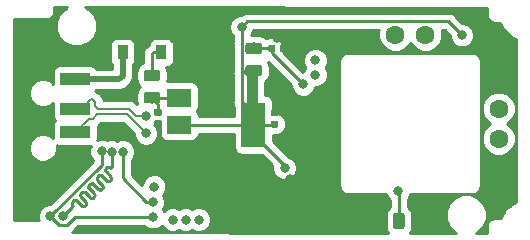
<source format=gbr>
G04 #@! TF.GenerationSoftware,KiCad,Pcbnew,5.0.2-bee76a0~70~ubuntu18.04.1*
G04 #@! TF.CreationDate,2020-06-29T01:54:23-07:00*
G04 #@! TF.ProjectId,qrng,71726e67-2e6b-4696-9361-645f70636258,1*
G04 #@! TF.SameCoordinates,Original*
G04 #@! TF.FileFunction,Copper,L2,Bot*
G04 #@! TF.FilePolarity,Positive*
%FSLAX46Y46*%
G04 Gerber Fmt 4.6, Leading zero omitted, Abs format (unit mm)*
G04 Created by KiCad (PCBNEW 5.0.2-bee76a0~70~ubuntu18.04.1) date Mon 29 Jun 2020 01:54:23 AM MST*
%MOMM*%
%LPD*%
G01*
G04 APERTURE LIST*
G04 #@! TA.AperFunction,ComponentPad*
%ADD10O,3.500000X1.900000*%
G04 #@! TD*
G04 #@! TA.AperFunction,SMDPad,CuDef*
%ADD11R,2.500000X1.100000*%
G04 #@! TD*
G04 #@! TA.AperFunction,Conductor*
%ADD12C,0.100000*%
G04 #@! TD*
G04 #@! TA.AperFunction,SMDPad,CuDef*
%ADD13C,0.590000*%
G04 #@! TD*
G04 #@! TA.AperFunction,SMDPad,CuDef*
%ADD14R,0.900000X1.200000*%
G04 #@! TD*
G04 #@! TA.AperFunction,SMDPad,CuDef*
%ADD15C,0.975000*%
G04 #@! TD*
G04 #@! TA.AperFunction,SMDPad,CuDef*
%ADD16R,2.000000X1.500000*%
G04 #@! TD*
G04 #@! TA.AperFunction,SMDPad,CuDef*
%ADD17R,2.000000X3.800000*%
G04 #@! TD*
G04 #@! TA.AperFunction,ComponentPad*
%ADD18C,1.600000*%
G04 #@! TD*
G04 #@! TA.AperFunction,ViaPad*
%ADD19C,0.800000*%
G04 #@! TD*
G04 #@! TA.AperFunction,Conductor*
%ADD20C,0.250000*%
G04 #@! TD*
G04 #@! TA.AperFunction,Conductor*
%ADD21C,0.500000*%
G04 #@! TD*
G04 #@! TA.AperFunction,Conductor*
%ADD22C,0.200000*%
G04 #@! TD*
G04 #@! TA.AperFunction,Conductor*
%ADD23C,0.254000*%
G04 #@! TD*
G04 APERTURE END LIST*
D10*
G04 #@! TO.P,J1,5*
G04 #@! TO.N,GND*
X125650000Y-105700000D03*
X125650000Y-94300000D03*
D11*
G04 #@! TO.P,J1,4*
X128400000Y-103500000D03*
G04 #@! TO.P,J1,1*
G04 #@! TO.N,+5V*
X128400000Y-96500000D03*
G04 #@! TO.P,J1,3*
G04 #@! TO.N,USB_D+*
X128400000Y-101000000D03*
G04 #@! TO.P,J1,2*
G04 #@! TO.N,USB_D-*
X128400000Y-99000000D03*
G04 #@! TD*
D12*
G04 #@! TO.N,GND*
G04 #@! TO.C,C8*
G36*
X135596958Y-99980710D02*
X135611276Y-99982834D01*
X135625317Y-99986351D01*
X135638946Y-99991228D01*
X135652031Y-99997417D01*
X135664447Y-100004858D01*
X135676073Y-100013481D01*
X135686798Y-100023202D01*
X135696519Y-100033927D01*
X135705142Y-100045553D01*
X135712583Y-100057969D01*
X135718772Y-100071054D01*
X135723649Y-100084683D01*
X135727166Y-100098724D01*
X135729290Y-100113042D01*
X135730000Y-100127500D01*
X135730000Y-100422500D01*
X135729290Y-100436958D01*
X135727166Y-100451276D01*
X135723649Y-100465317D01*
X135718772Y-100478946D01*
X135712583Y-100492031D01*
X135705142Y-100504447D01*
X135696519Y-100516073D01*
X135686798Y-100526798D01*
X135676073Y-100536519D01*
X135664447Y-100545142D01*
X135652031Y-100552583D01*
X135638946Y-100558772D01*
X135625317Y-100563649D01*
X135611276Y-100567166D01*
X135596958Y-100569290D01*
X135582500Y-100570000D01*
X135237500Y-100570000D01*
X135223042Y-100569290D01*
X135208724Y-100567166D01*
X135194683Y-100563649D01*
X135181054Y-100558772D01*
X135167969Y-100552583D01*
X135155553Y-100545142D01*
X135143927Y-100536519D01*
X135133202Y-100526798D01*
X135123481Y-100516073D01*
X135114858Y-100504447D01*
X135107417Y-100492031D01*
X135101228Y-100478946D01*
X135096351Y-100465317D01*
X135092834Y-100451276D01*
X135090710Y-100436958D01*
X135090000Y-100422500D01*
X135090000Y-100127500D01*
X135090710Y-100113042D01*
X135092834Y-100098724D01*
X135096351Y-100084683D01*
X135101228Y-100071054D01*
X135107417Y-100057969D01*
X135114858Y-100045553D01*
X135123481Y-100033927D01*
X135133202Y-100023202D01*
X135143927Y-100013481D01*
X135155553Y-100004858D01*
X135167969Y-99997417D01*
X135181054Y-99991228D01*
X135194683Y-99986351D01*
X135208724Y-99982834D01*
X135223042Y-99980710D01*
X135237500Y-99980000D01*
X135582500Y-99980000D01*
X135596958Y-99980710D01*
X135596958Y-99980710D01*
G37*
D13*
G04 #@! TD*
G04 #@! TO.P,C8,2*
G04 #@! TO.N,GND*
X135410000Y-100275000D03*
D12*
G04 #@! TO.N,Net-(C8-Pad1)*
G04 #@! TO.C,C8*
G36*
X135596958Y-99010710D02*
X135611276Y-99012834D01*
X135625317Y-99016351D01*
X135638946Y-99021228D01*
X135652031Y-99027417D01*
X135664447Y-99034858D01*
X135676073Y-99043481D01*
X135686798Y-99053202D01*
X135696519Y-99063927D01*
X135705142Y-99075553D01*
X135712583Y-99087969D01*
X135718772Y-99101054D01*
X135723649Y-99114683D01*
X135727166Y-99128724D01*
X135729290Y-99143042D01*
X135730000Y-99157500D01*
X135730000Y-99452500D01*
X135729290Y-99466958D01*
X135727166Y-99481276D01*
X135723649Y-99495317D01*
X135718772Y-99508946D01*
X135712583Y-99522031D01*
X135705142Y-99534447D01*
X135696519Y-99546073D01*
X135686798Y-99556798D01*
X135676073Y-99566519D01*
X135664447Y-99575142D01*
X135652031Y-99582583D01*
X135638946Y-99588772D01*
X135625317Y-99593649D01*
X135611276Y-99597166D01*
X135596958Y-99599290D01*
X135582500Y-99600000D01*
X135237500Y-99600000D01*
X135223042Y-99599290D01*
X135208724Y-99597166D01*
X135194683Y-99593649D01*
X135181054Y-99588772D01*
X135167969Y-99582583D01*
X135155553Y-99575142D01*
X135143927Y-99566519D01*
X135133202Y-99556798D01*
X135123481Y-99546073D01*
X135114858Y-99534447D01*
X135107417Y-99522031D01*
X135101228Y-99508946D01*
X135096351Y-99495317D01*
X135092834Y-99481276D01*
X135090710Y-99466958D01*
X135090000Y-99452500D01*
X135090000Y-99157500D01*
X135090710Y-99143042D01*
X135092834Y-99128724D01*
X135096351Y-99114683D01*
X135101228Y-99101054D01*
X135107417Y-99087969D01*
X135114858Y-99075553D01*
X135123481Y-99063927D01*
X135133202Y-99053202D01*
X135143927Y-99043481D01*
X135155553Y-99034858D01*
X135167969Y-99027417D01*
X135181054Y-99021228D01*
X135194683Y-99016351D01*
X135208724Y-99012834D01*
X135223042Y-99010710D01*
X135237500Y-99010000D01*
X135582500Y-99010000D01*
X135596958Y-99010710D01*
X135596958Y-99010710D01*
G37*
D13*
G04 #@! TD*
G04 #@! TO.P,C8,1*
G04 #@! TO.N,Net-(C8-Pad1)*
X135410000Y-99305000D03*
D12*
G04 #@! TO.N,+3V3*
G04 #@! TO.C,C9*
G36*
X145466958Y-100015710D02*
X145481276Y-100017834D01*
X145495317Y-100021351D01*
X145508946Y-100026228D01*
X145522031Y-100032417D01*
X145534447Y-100039858D01*
X145546073Y-100048481D01*
X145556798Y-100058202D01*
X145566519Y-100068927D01*
X145575142Y-100080553D01*
X145582583Y-100092969D01*
X145588772Y-100106054D01*
X145593649Y-100119683D01*
X145597166Y-100133724D01*
X145599290Y-100148042D01*
X145600000Y-100162500D01*
X145600000Y-100457500D01*
X145599290Y-100471958D01*
X145597166Y-100486276D01*
X145593649Y-100500317D01*
X145588772Y-100513946D01*
X145582583Y-100527031D01*
X145575142Y-100539447D01*
X145566519Y-100551073D01*
X145556798Y-100561798D01*
X145546073Y-100571519D01*
X145534447Y-100580142D01*
X145522031Y-100587583D01*
X145508946Y-100593772D01*
X145495317Y-100598649D01*
X145481276Y-100602166D01*
X145466958Y-100604290D01*
X145452500Y-100605000D01*
X145107500Y-100605000D01*
X145093042Y-100604290D01*
X145078724Y-100602166D01*
X145064683Y-100598649D01*
X145051054Y-100593772D01*
X145037969Y-100587583D01*
X145025553Y-100580142D01*
X145013927Y-100571519D01*
X145003202Y-100561798D01*
X144993481Y-100551073D01*
X144984858Y-100539447D01*
X144977417Y-100527031D01*
X144971228Y-100513946D01*
X144966351Y-100500317D01*
X144962834Y-100486276D01*
X144960710Y-100471958D01*
X144960000Y-100457500D01*
X144960000Y-100162500D01*
X144960710Y-100148042D01*
X144962834Y-100133724D01*
X144966351Y-100119683D01*
X144971228Y-100106054D01*
X144977417Y-100092969D01*
X144984858Y-100080553D01*
X144993481Y-100068927D01*
X145003202Y-100058202D01*
X145013927Y-100048481D01*
X145025553Y-100039858D01*
X145037969Y-100032417D01*
X145051054Y-100026228D01*
X145064683Y-100021351D01*
X145078724Y-100017834D01*
X145093042Y-100015710D01*
X145107500Y-100015000D01*
X145452500Y-100015000D01*
X145466958Y-100015710D01*
X145466958Y-100015710D01*
G37*
D13*
G04 #@! TD*
G04 #@! TO.P,C9,1*
G04 #@! TO.N,+3V3*
X145280000Y-100310000D03*
D12*
G04 #@! TO.N,GND*
G04 #@! TO.C,C9*
G36*
X145466958Y-99045710D02*
X145481276Y-99047834D01*
X145495317Y-99051351D01*
X145508946Y-99056228D01*
X145522031Y-99062417D01*
X145534447Y-99069858D01*
X145546073Y-99078481D01*
X145556798Y-99088202D01*
X145566519Y-99098927D01*
X145575142Y-99110553D01*
X145582583Y-99122969D01*
X145588772Y-99136054D01*
X145593649Y-99149683D01*
X145597166Y-99163724D01*
X145599290Y-99178042D01*
X145600000Y-99192500D01*
X145600000Y-99487500D01*
X145599290Y-99501958D01*
X145597166Y-99516276D01*
X145593649Y-99530317D01*
X145588772Y-99543946D01*
X145582583Y-99557031D01*
X145575142Y-99569447D01*
X145566519Y-99581073D01*
X145556798Y-99591798D01*
X145546073Y-99601519D01*
X145534447Y-99610142D01*
X145522031Y-99617583D01*
X145508946Y-99623772D01*
X145495317Y-99628649D01*
X145481276Y-99632166D01*
X145466958Y-99634290D01*
X145452500Y-99635000D01*
X145107500Y-99635000D01*
X145093042Y-99634290D01*
X145078724Y-99632166D01*
X145064683Y-99628649D01*
X145051054Y-99623772D01*
X145037969Y-99617583D01*
X145025553Y-99610142D01*
X145013927Y-99601519D01*
X145003202Y-99591798D01*
X144993481Y-99581073D01*
X144984858Y-99569447D01*
X144977417Y-99557031D01*
X144971228Y-99543946D01*
X144966351Y-99530317D01*
X144962834Y-99516276D01*
X144960710Y-99501958D01*
X144960000Y-99487500D01*
X144960000Y-99192500D01*
X144960710Y-99178042D01*
X144962834Y-99163724D01*
X144966351Y-99149683D01*
X144971228Y-99136054D01*
X144977417Y-99122969D01*
X144984858Y-99110553D01*
X144993481Y-99098927D01*
X145003202Y-99088202D01*
X145013927Y-99078481D01*
X145025553Y-99069858D01*
X145037969Y-99062417D01*
X145051054Y-99056228D01*
X145064683Y-99051351D01*
X145078724Y-99047834D01*
X145093042Y-99045710D01*
X145107500Y-99045000D01*
X145452500Y-99045000D01*
X145466958Y-99045710D01*
X145466958Y-99045710D01*
G37*
D13*
G04 #@! TD*
G04 #@! TO.P,C9,2*
G04 #@! TO.N,GND*
X145280000Y-99340000D03*
D12*
G04 #@! TO.N,GND*
G04 #@! TO.C,C10*
G36*
X146176958Y-93590710D02*
X146191276Y-93592834D01*
X146205317Y-93596351D01*
X146218946Y-93601228D01*
X146232031Y-93607417D01*
X146244447Y-93614858D01*
X146256073Y-93623481D01*
X146266798Y-93633202D01*
X146276519Y-93643927D01*
X146285142Y-93655553D01*
X146292583Y-93667969D01*
X146298772Y-93681054D01*
X146303649Y-93694683D01*
X146307166Y-93708724D01*
X146309290Y-93723042D01*
X146310000Y-93737500D01*
X146310000Y-94082500D01*
X146309290Y-94096958D01*
X146307166Y-94111276D01*
X146303649Y-94125317D01*
X146298772Y-94138946D01*
X146292583Y-94152031D01*
X146285142Y-94164447D01*
X146276519Y-94176073D01*
X146266798Y-94186798D01*
X146256073Y-94196519D01*
X146244447Y-94205142D01*
X146232031Y-94212583D01*
X146218946Y-94218772D01*
X146205317Y-94223649D01*
X146191276Y-94227166D01*
X146176958Y-94229290D01*
X146162500Y-94230000D01*
X145867500Y-94230000D01*
X145853042Y-94229290D01*
X145838724Y-94227166D01*
X145824683Y-94223649D01*
X145811054Y-94218772D01*
X145797969Y-94212583D01*
X145785553Y-94205142D01*
X145773927Y-94196519D01*
X145763202Y-94186798D01*
X145753481Y-94176073D01*
X145744858Y-94164447D01*
X145737417Y-94152031D01*
X145731228Y-94138946D01*
X145726351Y-94125317D01*
X145722834Y-94111276D01*
X145720710Y-94096958D01*
X145720000Y-94082500D01*
X145720000Y-93737500D01*
X145720710Y-93723042D01*
X145722834Y-93708724D01*
X145726351Y-93694683D01*
X145731228Y-93681054D01*
X145737417Y-93667969D01*
X145744858Y-93655553D01*
X145753481Y-93643927D01*
X145763202Y-93633202D01*
X145773927Y-93623481D01*
X145785553Y-93614858D01*
X145797969Y-93607417D01*
X145811054Y-93601228D01*
X145824683Y-93596351D01*
X145838724Y-93592834D01*
X145853042Y-93590710D01*
X145867500Y-93590000D01*
X146162500Y-93590000D01*
X146176958Y-93590710D01*
X146176958Y-93590710D01*
G37*
D13*
G04 #@! TD*
G04 #@! TO.P,C10,2*
G04 #@! TO.N,GND*
X146015000Y-93910000D03*
D12*
G04 #@! TO.N,+3.3VA*
G04 #@! TO.C,C10*
G36*
X145206958Y-93590710D02*
X145221276Y-93592834D01*
X145235317Y-93596351D01*
X145248946Y-93601228D01*
X145262031Y-93607417D01*
X145274447Y-93614858D01*
X145286073Y-93623481D01*
X145296798Y-93633202D01*
X145306519Y-93643927D01*
X145315142Y-93655553D01*
X145322583Y-93667969D01*
X145328772Y-93681054D01*
X145333649Y-93694683D01*
X145337166Y-93708724D01*
X145339290Y-93723042D01*
X145340000Y-93737500D01*
X145340000Y-94082500D01*
X145339290Y-94096958D01*
X145337166Y-94111276D01*
X145333649Y-94125317D01*
X145328772Y-94138946D01*
X145322583Y-94152031D01*
X145315142Y-94164447D01*
X145306519Y-94176073D01*
X145296798Y-94186798D01*
X145286073Y-94196519D01*
X145274447Y-94205142D01*
X145262031Y-94212583D01*
X145248946Y-94218772D01*
X145235317Y-94223649D01*
X145221276Y-94227166D01*
X145206958Y-94229290D01*
X145192500Y-94230000D01*
X144897500Y-94230000D01*
X144883042Y-94229290D01*
X144868724Y-94227166D01*
X144854683Y-94223649D01*
X144841054Y-94218772D01*
X144827969Y-94212583D01*
X144815553Y-94205142D01*
X144803927Y-94196519D01*
X144793202Y-94186798D01*
X144783481Y-94176073D01*
X144774858Y-94164447D01*
X144767417Y-94152031D01*
X144761228Y-94138946D01*
X144756351Y-94125317D01*
X144752834Y-94111276D01*
X144750710Y-94096958D01*
X144750000Y-94082500D01*
X144750000Y-93737500D01*
X144750710Y-93723042D01*
X144752834Y-93708724D01*
X144756351Y-93694683D01*
X144761228Y-93681054D01*
X144767417Y-93667969D01*
X144774858Y-93655553D01*
X144783481Y-93643927D01*
X144793202Y-93633202D01*
X144803927Y-93623481D01*
X144815553Y-93614858D01*
X144827969Y-93607417D01*
X144841054Y-93601228D01*
X144854683Y-93596351D01*
X144868724Y-93592834D01*
X144883042Y-93590710D01*
X144897500Y-93590000D01*
X145192500Y-93590000D01*
X145206958Y-93590710D01*
X145206958Y-93590710D01*
G37*
D13*
G04 #@! TD*
G04 #@! TO.P,C10,1*
G04 #@! TO.N,+3.3VA*
X145045000Y-93910000D03*
D14*
G04 #@! TO.P,D1,2*
G04 #@! TO.N,+5V*
X132410000Y-94240000D03*
G04 #@! TO.P,D1,1*
G04 #@! TO.N,Net-(D1-Pad1)*
X135710000Y-94240000D03*
G04 #@! TD*
D12*
G04 #@! TO.N,Net-(D1-Pad1)*
G04 #@! TO.C,FB1*
G36*
X135380142Y-95706174D02*
X135403803Y-95709684D01*
X135427007Y-95715496D01*
X135449529Y-95723554D01*
X135471153Y-95733782D01*
X135491670Y-95746079D01*
X135510883Y-95760329D01*
X135528607Y-95776393D01*
X135544671Y-95794117D01*
X135558921Y-95813330D01*
X135571218Y-95833847D01*
X135581446Y-95855471D01*
X135589504Y-95877993D01*
X135595316Y-95901197D01*
X135598826Y-95924858D01*
X135600000Y-95948750D01*
X135600000Y-96436250D01*
X135598826Y-96460142D01*
X135595316Y-96483803D01*
X135589504Y-96507007D01*
X135581446Y-96529529D01*
X135571218Y-96551153D01*
X135558921Y-96571670D01*
X135544671Y-96590883D01*
X135528607Y-96608607D01*
X135510883Y-96624671D01*
X135491670Y-96638921D01*
X135471153Y-96651218D01*
X135449529Y-96661446D01*
X135427007Y-96669504D01*
X135403803Y-96675316D01*
X135380142Y-96678826D01*
X135356250Y-96680000D01*
X134443750Y-96680000D01*
X134419858Y-96678826D01*
X134396197Y-96675316D01*
X134372993Y-96669504D01*
X134350471Y-96661446D01*
X134328847Y-96651218D01*
X134308330Y-96638921D01*
X134289117Y-96624671D01*
X134271393Y-96608607D01*
X134255329Y-96590883D01*
X134241079Y-96571670D01*
X134228782Y-96551153D01*
X134218554Y-96529529D01*
X134210496Y-96507007D01*
X134204684Y-96483803D01*
X134201174Y-96460142D01*
X134200000Y-96436250D01*
X134200000Y-95948750D01*
X134201174Y-95924858D01*
X134204684Y-95901197D01*
X134210496Y-95877993D01*
X134218554Y-95855471D01*
X134228782Y-95833847D01*
X134241079Y-95813330D01*
X134255329Y-95794117D01*
X134271393Y-95776393D01*
X134289117Y-95760329D01*
X134308330Y-95746079D01*
X134328847Y-95733782D01*
X134350471Y-95723554D01*
X134372993Y-95715496D01*
X134396197Y-95709684D01*
X134419858Y-95706174D01*
X134443750Y-95705000D01*
X135356250Y-95705000D01*
X135380142Y-95706174D01*
X135380142Y-95706174D01*
G37*
D15*
G04 #@! TD*
G04 #@! TO.P,FB1,2*
G04 #@! TO.N,Net-(D1-Pad1)*
X134900000Y-96192500D03*
D12*
G04 #@! TO.N,Net-(C8-Pad1)*
G04 #@! TO.C,FB1*
G36*
X135380142Y-97581174D02*
X135403803Y-97584684D01*
X135427007Y-97590496D01*
X135449529Y-97598554D01*
X135471153Y-97608782D01*
X135491670Y-97621079D01*
X135510883Y-97635329D01*
X135528607Y-97651393D01*
X135544671Y-97669117D01*
X135558921Y-97688330D01*
X135571218Y-97708847D01*
X135581446Y-97730471D01*
X135589504Y-97752993D01*
X135595316Y-97776197D01*
X135598826Y-97799858D01*
X135600000Y-97823750D01*
X135600000Y-98311250D01*
X135598826Y-98335142D01*
X135595316Y-98358803D01*
X135589504Y-98382007D01*
X135581446Y-98404529D01*
X135571218Y-98426153D01*
X135558921Y-98446670D01*
X135544671Y-98465883D01*
X135528607Y-98483607D01*
X135510883Y-98499671D01*
X135491670Y-98513921D01*
X135471153Y-98526218D01*
X135449529Y-98536446D01*
X135427007Y-98544504D01*
X135403803Y-98550316D01*
X135380142Y-98553826D01*
X135356250Y-98555000D01*
X134443750Y-98555000D01*
X134419858Y-98553826D01*
X134396197Y-98550316D01*
X134372993Y-98544504D01*
X134350471Y-98536446D01*
X134328847Y-98526218D01*
X134308330Y-98513921D01*
X134289117Y-98499671D01*
X134271393Y-98483607D01*
X134255329Y-98465883D01*
X134241079Y-98446670D01*
X134228782Y-98426153D01*
X134218554Y-98404529D01*
X134210496Y-98382007D01*
X134204684Y-98358803D01*
X134201174Y-98335142D01*
X134200000Y-98311250D01*
X134200000Y-97823750D01*
X134201174Y-97799858D01*
X134204684Y-97776197D01*
X134210496Y-97752993D01*
X134218554Y-97730471D01*
X134228782Y-97708847D01*
X134241079Y-97688330D01*
X134255329Y-97669117D01*
X134271393Y-97651393D01*
X134289117Y-97635329D01*
X134308330Y-97621079D01*
X134328847Y-97608782D01*
X134350471Y-97598554D01*
X134372993Y-97590496D01*
X134396197Y-97584684D01*
X134419858Y-97581174D01*
X134443750Y-97580000D01*
X135356250Y-97580000D01*
X135380142Y-97581174D01*
X135380142Y-97581174D01*
G37*
D15*
G04 #@! TD*
G04 #@! TO.P,FB1,1*
G04 #@! TO.N,Net-(C8-Pad1)*
X134900000Y-98067500D03*
D12*
G04 #@! TO.N,+3V3*
G04 #@! TO.C,FB2*
G36*
X143990142Y-95298674D02*
X144013803Y-95302184D01*
X144037007Y-95307996D01*
X144059529Y-95316054D01*
X144081153Y-95326282D01*
X144101670Y-95338579D01*
X144120883Y-95352829D01*
X144138607Y-95368893D01*
X144154671Y-95386617D01*
X144168921Y-95405830D01*
X144181218Y-95426347D01*
X144191446Y-95447971D01*
X144199504Y-95470493D01*
X144205316Y-95493697D01*
X144208826Y-95517358D01*
X144210000Y-95541250D01*
X144210000Y-96028750D01*
X144208826Y-96052642D01*
X144205316Y-96076303D01*
X144199504Y-96099507D01*
X144191446Y-96122029D01*
X144181218Y-96143653D01*
X144168921Y-96164170D01*
X144154671Y-96183383D01*
X144138607Y-96201107D01*
X144120883Y-96217171D01*
X144101670Y-96231421D01*
X144081153Y-96243718D01*
X144059529Y-96253946D01*
X144037007Y-96262004D01*
X144013803Y-96267816D01*
X143990142Y-96271326D01*
X143966250Y-96272500D01*
X143053750Y-96272500D01*
X143029858Y-96271326D01*
X143006197Y-96267816D01*
X142982993Y-96262004D01*
X142960471Y-96253946D01*
X142938847Y-96243718D01*
X142918330Y-96231421D01*
X142899117Y-96217171D01*
X142881393Y-96201107D01*
X142865329Y-96183383D01*
X142851079Y-96164170D01*
X142838782Y-96143653D01*
X142828554Y-96122029D01*
X142820496Y-96099507D01*
X142814684Y-96076303D01*
X142811174Y-96052642D01*
X142810000Y-96028750D01*
X142810000Y-95541250D01*
X142811174Y-95517358D01*
X142814684Y-95493697D01*
X142820496Y-95470493D01*
X142828554Y-95447971D01*
X142838782Y-95426347D01*
X142851079Y-95405830D01*
X142865329Y-95386617D01*
X142881393Y-95368893D01*
X142899117Y-95352829D01*
X142918330Y-95338579D01*
X142938847Y-95326282D01*
X142960471Y-95316054D01*
X142982993Y-95307996D01*
X143006197Y-95302184D01*
X143029858Y-95298674D01*
X143053750Y-95297500D01*
X143966250Y-95297500D01*
X143990142Y-95298674D01*
X143990142Y-95298674D01*
G37*
D15*
G04 #@! TD*
G04 #@! TO.P,FB2,2*
G04 #@! TO.N,+3V3*
X143510000Y-95785000D03*
D12*
G04 #@! TO.N,+3.3VA*
G04 #@! TO.C,FB2*
G36*
X143990142Y-93423674D02*
X144013803Y-93427184D01*
X144037007Y-93432996D01*
X144059529Y-93441054D01*
X144081153Y-93451282D01*
X144101670Y-93463579D01*
X144120883Y-93477829D01*
X144138607Y-93493893D01*
X144154671Y-93511617D01*
X144168921Y-93530830D01*
X144181218Y-93551347D01*
X144191446Y-93572971D01*
X144199504Y-93595493D01*
X144205316Y-93618697D01*
X144208826Y-93642358D01*
X144210000Y-93666250D01*
X144210000Y-94153750D01*
X144208826Y-94177642D01*
X144205316Y-94201303D01*
X144199504Y-94224507D01*
X144191446Y-94247029D01*
X144181218Y-94268653D01*
X144168921Y-94289170D01*
X144154671Y-94308383D01*
X144138607Y-94326107D01*
X144120883Y-94342171D01*
X144101670Y-94356421D01*
X144081153Y-94368718D01*
X144059529Y-94378946D01*
X144037007Y-94387004D01*
X144013803Y-94392816D01*
X143990142Y-94396326D01*
X143966250Y-94397500D01*
X143053750Y-94397500D01*
X143029858Y-94396326D01*
X143006197Y-94392816D01*
X142982993Y-94387004D01*
X142960471Y-94378946D01*
X142938847Y-94368718D01*
X142918330Y-94356421D01*
X142899117Y-94342171D01*
X142881393Y-94326107D01*
X142865329Y-94308383D01*
X142851079Y-94289170D01*
X142838782Y-94268653D01*
X142828554Y-94247029D01*
X142820496Y-94224507D01*
X142814684Y-94201303D01*
X142811174Y-94177642D01*
X142810000Y-94153750D01*
X142810000Y-93666250D01*
X142811174Y-93642358D01*
X142814684Y-93618697D01*
X142820496Y-93595493D01*
X142828554Y-93572971D01*
X142838782Y-93551347D01*
X142851079Y-93530830D01*
X142865329Y-93511617D01*
X142881393Y-93493893D01*
X142899117Y-93477829D01*
X142918330Y-93463579D01*
X142938847Y-93451282D01*
X142960471Y-93441054D01*
X142982993Y-93432996D01*
X143006197Y-93427184D01*
X143029858Y-93423674D01*
X143053750Y-93422500D01*
X143966250Y-93422500D01*
X143990142Y-93423674D01*
X143990142Y-93423674D01*
G37*
D15*
G04 #@! TD*
G04 #@! TO.P,FB2,1*
G04 #@! TO.N,+3.3VA*
X143510000Y-93910000D03*
D16*
G04 #@! TO.P,U1,1*
G04 #@! TO.N,GND*
X137200000Y-102670000D03*
G04 #@! TO.P,U1,3*
G04 #@! TO.N,Net-(C8-Pad1)*
X137200000Y-98070000D03*
G04 #@! TO.P,U1,2*
G04 #@! TO.N,+3V3*
X137200000Y-100370000D03*
D17*
X143500000Y-100370000D03*
G04 #@! TD*
D18*
G04 #@! TO.P,R2,2*
G04 #@! TO.N,+3V3*
X158040000Y-92750000D03*
G04 #@! TO.P,R2,1*
G04 #@! TO.N,ADC2*
X155500000Y-92750000D03*
G04 #@! TD*
G04 #@! TO.P,R3,1*
G04 #@! TO.N,+3V3*
X164250000Y-99000000D03*
G04 #@! TO.P,R3,2*
G04 #@! TO.N,ADC1*
X164250000Y-101540000D03*
G04 #@! TD*
D12*
G04 #@! TO.N,trigger*
G04 #@! TO.C,D2*
G36*
X156080142Y-107801174D02*
X156103803Y-107804684D01*
X156127007Y-107810496D01*
X156149529Y-107818554D01*
X156171153Y-107828782D01*
X156191670Y-107841079D01*
X156210883Y-107855329D01*
X156228607Y-107871393D01*
X156244671Y-107889117D01*
X156258921Y-107908330D01*
X156271218Y-107928847D01*
X156281446Y-107950471D01*
X156289504Y-107972993D01*
X156295316Y-107996197D01*
X156298826Y-108019858D01*
X156300000Y-108043750D01*
X156300000Y-108956250D01*
X156298826Y-108980142D01*
X156295316Y-109003803D01*
X156289504Y-109027007D01*
X156281446Y-109049529D01*
X156271218Y-109071153D01*
X156258921Y-109091670D01*
X156244671Y-109110883D01*
X156228607Y-109128607D01*
X156210883Y-109144671D01*
X156191670Y-109158921D01*
X156171153Y-109171218D01*
X156149529Y-109181446D01*
X156127007Y-109189504D01*
X156103803Y-109195316D01*
X156080142Y-109198826D01*
X156056250Y-109200000D01*
X155568750Y-109200000D01*
X155544858Y-109198826D01*
X155521197Y-109195316D01*
X155497993Y-109189504D01*
X155475471Y-109181446D01*
X155453847Y-109171218D01*
X155433330Y-109158921D01*
X155414117Y-109144671D01*
X155396393Y-109128607D01*
X155380329Y-109110883D01*
X155366079Y-109091670D01*
X155353782Y-109071153D01*
X155343554Y-109049529D01*
X155335496Y-109027007D01*
X155329684Y-109003803D01*
X155326174Y-108980142D01*
X155325000Y-108956250D01*
X155325000Y-108043750D01*
X155326174Y-108019858D01*
X155329684Y-107996197D01*
X155335496Y-107972993D01*
X155343554Y-107950471D01*
X155353782Y-107928847D01*
X155366079Y-107908330D01*
X155380329Y-107889117D01*
X155396393Y-107871393D01*
X155414117Y-107855329D01*
X155433330Y-107841079D01*
X155453847Y-107828782D01*
X155475471Y-107818554D01*
X155497993Y-107810496D01*
X155521197Y-107804684D01*
X155544858Y-107801174D01*
X155568750Y-107800000D01*
X156056250Y-107800000D01*
X156080142Y-107801174D01*
X156080142Y-107801174D01*
G37*
D15*
G04 #@! TD*
G04 #@! TO.P,D2,2*
G04 #@! TO.N,trigger*
X155812500Y-108500000D03*
D12*
G04 #@! TO.N,GND*
G04 #@! TO.C,D2*
G36*
X157955142Y-107801174D02*
X157978803Y-107804684D01*
X158002007Y-107810496D01*
X158024529Y-107818554D01*
X158046153Y-107828782D01*
X158066670Y-107841079D01*
X158085883Y-107855329D01*
X158103607Y-107871393D01*
X158119671Y-107889117D01*
X158133921Y-107908330D01*
X158146218Y-107928847D01*
X158156446Y-107950471D01*
X158164504Y-107972993D01*
X158170316Y-107996197D01*
X158173826Y-108019858D01*
X158175000Y-108043750D01*
X158175000Y-108956250D01*
X158173826Y-108980142D01*
X158170316Y-109003803D01*
X158164504Y-109027007D01*
X158156446Y-109049529D01*
X158146218Y-109071153D01*
X158133921Y-109091670D01*
X158119671Y-109110883D01*
X158103607Y-109128607D01*
X158085883Y-109144671D01*
X158066670Y-109158921D01*
X158046153Y-109171218D01*
X158024529Y-109181446D01*
X158002007Y-109189504D01*
X157978803Y-109195316D01*
X157955142Y-109198826D01*
X157931250Y-109200000D01*
X157443750Y-109200000D01*
X157419858Y-109198826D01*
X157396197Y-109195316D01*
X157372993Y-109189504D01*
X157350471Y-109181446D01*
X157328847Y-109171218D01*
X157308330Y-109158921D01*
X157289117Y-109144671D01*
X157271393Y-109128607D01*
X157255329Y-109110883D01*
X157241079Y-109091670D01*
X157228782Y-109071153D01*
X157218554Y-109049529D01*
X157210496Y-109027007D01*
X157204684Y-109003803D01*
X157201174Y-108980142D01*
X157200000Y-108956250D01*
X157200000Y-108043750D01*
X157201174Y-108019858D01*
X157204684Y-107996197D01*
X157210496Y-107972993D01*
X157218554Y-107950471D01*
X157228782Y-107928847D01*
X157241079Y-107908330D01*
X157255329Y-107889117D01*
X157271393Y-107871393D01*
X157289117Y-107855329D01*
X157308330Y-107841079D01*
X157328847Y-107828782D01*
X157350471Y-107818554D01*
X157372993Y-107810496D01*
X157396197Y-107804684D01*
X157419858Y-107801174D01*
X157443750Y-107800000D01*
X157931250Y-107800000D01*
X157955142Y-107801174D01*
X157955142Y-107801174D01*
G37*
D15*
G04 #@! TD*
G04 #@! TO.P,D2,1*
G04 #@! TO.N,GND*
X157687500Y-108500000D03*
D19*
G04 #@! TO.N,GND*
X154180000Y-108960000D03*
X140750000Y-108720000D03*
X141500000Y-93000000D03*
X145500000Y-93000000D03*
X136810000Y-93100000D03*
X149830000Y-97600000D03*
X146600000Y-104970000D03*
X146070000Y-101970000D03*
X134150000Y-103150000D03*
G04 #@! TO.N,+3V3*
X161150000Y-92780000D03*
X142500000Y-92090000D03*
X135095000Y-105600000D03*
X146130000Y-104030000D03*
G04 #@! TO.N,+3.3VA*
X147710000Y-96950000D03*
G04 #@! TO.N,SWCLK*
X137775000Y-108400000D03*
G04 #@! TO.N,SWDIO*
X136675000Y-108400000D03*
G04 #@! TO.N,TRACE*
X138875000Y-108400000D03*
G04 #@! TO.N,ADC1*
X148740000Y-96120000D03*
G04 #@! TO.N,ADC2*
X148740000Y-94910000D03*
G04 #@! TO.N,USB_D-*
X134400000Y-99600000D03*
G04 #@! TO.N,USB_D+*
X134400000Y-101100000D03*
G04 #@! TO.N,trigger*
X155750000Y-106000000D03*
G04 #@! TO.N,MEM_NSS*
X126300000Y-108100000D03*
X130650000Y-102630000D03*
X135000000Y-108200000D03*
G04 #@! TO.N,MEM_MISO*
X134990000Y-106920000D03*
X132420000Y-102640000D03*
G04 #@! TO.N,MEM_SCK*
X127380000Y-108100000D03*
X131530000Y-102640000D03*
G04 #@! TD*
D20*
G04 #@! TO.N,GND*
X136370000Y-103500000D02*
X137200000Y-102670000D01*
X125650000Y-105550000D02*
X125650000Y-105700000D01*
X127700000Y-103500000D02*
X125650000Y-105550000D01*
X128400000Y-103500000D02*
X127700000Y-103500000D01*
X137030000Y-102500000D02*
X137200000Y-102670000D01*
G04 #@! TO.N,+3V3*
X143500000Y-100370000D02*
X143500000Y-100370000D01*
X145335000Y-100370000D02*
X145340000Y-100365000D01*
X143500000Y-100370000D02*
X145335000Y-100370000D01*
X143500000Y-101130000D02*
X143500000Y-100370000D01*
X146360000Y-103990000D02*
X143500000Y-101130000D01*
X143500000Y-100370000D02*
X143500000Y-99470000D01*
X143500000Y-99470000D02*
X142484990Y-98454990D01*
X142710000Y-95785000D02*
X142484990Y-96010010D01*
X143510000Y-95785000D02*
X142710000Y-95785000D01*
X142484990Y-98454990D02*
X142484990Y-96070000D01*
X142484990Y-96010010D02*
X142484990Y-96070000D01*
X142484990Y-96070000D02*
X142484990Y-93430660D01*
X143250000Y-100120000D02*
X143500000Y-100370000D01*
X143250000Y-96250000D02*
X143250000Y-100120000D01*
X143510000Y-95785000D02*
X143510000Y-100360000D01*
X143510000Y-100360000D02*
X143500000Y-100370000D01*
X143750000Y-100120000D02*
X143500000Y-100370000D01*
X143750000Y-96250000D02*
X143750000Y-100120000D01*
X143500000Y-98220000D02*
X143000000Y-97720000D01*
X143500000Y-100370000D02*
X143500000Y-98220000D01*
X143000000Y-97720000D02*
X143000000Y-96500000D01*
X143000000Y-96500000D02*
X143000000Y-96250000D01*
X143000000Y-96250000D02*
X143000000Y-98000000D01*
X143000000Y-98000000D02*
X143000000Y-98500000D01*
X142500000Y-93415650D02*
X142500000Y-92090000D01*
X142484990Y-93430660D02*
X142500000Y-93415650D01*
X142590000Y-92000000D02*
X142500000Y-92090000D01*
X159994999Y-91624999D02*
X160750001Y-92380001D01*
X142965001Y-91624999D02*
X159994999Y-91624999D01*
X160750001Y-92380001D02*
X161150000Y-92780000D01*
X142500000Y-92090000D02*
X142965001Y-91624999D01*
X137200000Y-100370000D02*
X140500000Y-100370000D01*
X140500000Y-100370000D02*
X143500000Y-100370000D01*
G04 #@! TO.N,Net-(C8-Pad1)*
X134902500Y-98070000D02*
X134900000Y-98067500D01*
X137200000Y-98070000D02*
X134902500Y-98070000D01*
X135410000Y-98577500D02*
X134900000Y-98067500D01*
X135410000Y-99305000D02*
X135410000Y-98577500D01*
G04 #@! TO.N,+3.3VA*
X143510000Y-93910000D02*
X145045000Y-93910000D01*
X147665000Y-96950000D02*
X147710000Y-96950000D01*
X145045000Y-94330000D02*
X147665000Y-96950000D01*
X145045000Y-93910000D02*
X145045000Y-94330000D01*
G04 #@! TO.N,Net-(D1-Pad1)*
X135010000Y-94240000D02*
X135710000Y-94240000D01*
X134900000Y-94350000D02*
X135010000Y-94240000D01*
X134900000Y-96192500D02*
X134900000Y-94350000D01*
D21*
G04 #@! TO.N,+5V*
X132410000Y-94240000D02*
X132410000Y-96240000D01*
X132150000Y-96500000D02*
X132410000Y-96240000D01*
X128400000Y-96500000D02*
X132150000Y-96500000D01*
D22*
G04 #@! TO.N,USB_D-*
X129266756Y-98992478D02*
X129200000Y-99000000D01*
X129330165Y-98970290D02*
X129266756Y-98992478D01*
X129434549Y-98887046D02*
X129387046Y-98934549D01*
X129470290Y-98830165D02*
X129434549Y-98887046D01*
X129492478Y-98766756D02*
X129470290Y-98830165D01*
X129500000Y-98502015D02*
X129500000Y-98700000D01*
X129507521Y-98435258D02*
X129500000Y-98502015D01*
X129669834Y-98231724D02*
X129612953Y-98267465D01*
X129733243Y-98209536D02*
X129669834Y-98231724D01*
X129800000Y-98202015D02*
X129733243Y-98209536D01*
X129866756Y-98209536D02*
X129800000Y-98202015D01*
X129565450Y-98314968D02*
X129529709Y-98371849D01*
X129930165Y-98231724D02*
X129866756Y-98209536D01*
X130269834Y-98970290D02*
X130212953Y-98934549D01*
X129200000Y-99000000D02*
X128400000Y-99000000D01*
X130400000Y-99000000D02*
X130333243Y-98992478D01*
X134400000Y-99600000D02*
X133536397Y-99600000D01*
X132936397Y-99000000D02*
X130400000Y-99000000D01*
X130333243Y-98992478D02*
X130269834Y-98970290D01*
X133536397Y-99600000D02*
X132936397Y-99000000D01*
X130129709Y-98830165D02*
X130107521Y-98766756D01*
X129987046Y-98267465D02*
X129930165Y-98231724D01*
X129500000Y-98700000D02*
X129492478Y-98766756D01*
X130107521Y-98766756D02*
X130100000Y-98700000D01*
X129529709Y-98371849D02*
X129507521Y-98435258D01*
X130070290Y-98371849D02*
X130034549Y-98314968D01*
X129387046Y-98934549D02*
X129330165Y-98970290D01*
X130165450Y-98887046D02*
X130129709Y-98830165D01*
X130100000Y-98700000D02*
X130100000Y-98502015D01*
X130100000Y-98502015D02*
X130092478Y-98435258D01*
X129612953Y-98267465D02*
X129565450Y-98314968D01*
X130092478Y-98435258D02*
X130070290Y-98371849D01*
X130212953Y-98934549D02*
X130165450Y-98887046D01*
X130034549Y-98314968D02*
X129987046Y-98267465D01*
G04 #@! TO.N,USB_D+*
X130290002Y-99450000D02*
X132750000Y-99450000D01*
X133218198Y-99918198D02*
X134400000Y-101100000D01*
X128400000Y-101000000D02*
X129549999Y-99850001D01*
X129549999Y-99850001D02*
X129890001Y-99850001D01*
X132750000Y-99450000D02*
X133218198Y-99918198D01*
X129890001Y-99850001D02*
X130290002Y-99450000D01*
D20*
G04 #@! TO.N,trigger*
X155812500Y-108750000D02*
X155812500Y-106062500D01*
X155812500Y-106062500D02*
X155750000Y-106000000D01*
G04 #@! TO.N,MEM_NSS*
X126300000Y-108100000D02*
X130650000Y-103750000D01*
X130650000Y-102630000D02*
X130650000Y-103750000D01*
X127025001Y-108825001D02*
X126699999Y-108499999D01*
X126699999Y-108499999D02*
X126300000Y-108100000D01*
X127728001Y-108825001D02*
X127025001Y-108825001D01*
X128353002Y-108200000D02*
X127728001Y-108825001D01*
X135000000Y-108200000D02*
X128353002Y-108200000D01*
G04 #@! TO.N,MEM_MISO*
X132420000Y-104915685D02*
X132420000Y-104005685D01*
X134424315Y-106920000D02*
X132420000Y-104915685D01*
X134990000Y-106920000D02*
X134424315Y-106920000D01*
X132420000Y-104005685D02*
X132420000Y-102640000D01*
G04 #@! TO.N,MEM_SCK*
X128172251Y-107286990D02*
X128157852Y-107316889D01*
X128179636Y-107254636D02*
X128172251Y-107286990D01*
X128179636Y-107221450D02*
X128179636Y-107254636D01*
X128157852Y-107159196D02*
X128172251Y-107189096D01*
X128094687Y-107045050D02*
X128102071Y-107077404D01*
X128094687Y-107011864D02*
X128094687Y-107045050D01*
X128102071Y-106979510D02*
X128094687Y-107011864D01*
X128137161Y-106923665D02*
X128116470Y-106949611D01*
X128281130Y-106779697D02*
X128137161Y-106923665D01*
X128307076Y-106759006D02*
X128281130Y-106779697D01*
X129115930Y-107271795D02*
X129059948Y-107271795D01*
X129170509Y-107259338D02*
X129115930Y-107271795D01*
X129220947Y-107235048D02*
X129170509Y-107259338D01*
X129323909Y-106940796D02*
X129336366Y-106995376D01*
X129299619Y-106890359D02*
X129323909Y-106940796D01*
X129264714Y-106846590D02*
X129299619Y-106890359D01*
X128844267Y-106426144D02*
X129264714Y-106846590D01*
X128823576Y-106400198D02*
X128844267Y-106426144D01*
X128809177Y-106370298D02*
X128823576Y-106400198D01*
X128801793Y-106337944D02*
X128809177Y-106370298D01*
X128801793Y-106304758D02*
X128801793Y-106337944D01*
X128809177Y-106272404D02*
X128801793Y-106304758D01*
X128823576Y-106242505D02*
X128809177Y-106272404D01*
X129014182Y-106051900D02*
X128988236Y-106072591D01*
X129044082Y-106037501D02*
X129014182Y-106051900D01*
X129076436Y-106030117D02*
X129044082Y-106037501D01*
X129141976Y-106037501D02*
X129109622Y-106030117D01*
X129618268Y-106493037D02*
X129197821Y-106072591D01*
X129662037Y-106527942D02*
X129618268Y-106493037D01*
X129712475Y-106552232D02*
X129662037Y-106527942D01*
X129767054Y-106564689D02*
X129712475Y-106552232D01*
X129823036Y-106564689D02*
X129767054Y-106564689D01*
X129928053Y-106527942D02*
X129877615Y-106552232D01*
X129971820Y-106493038D02*
X129928053Y-106527942D01*
X130006725Y-106449269D02*
X129971820Y-106493038D01*
X130031015Y-106398830D02*
X130006725Y-106449269D01*
X130031015Y-106233690D02*
X130043472Y-106288270D01*
X129971820Y-106139484D02*
X130006725Y-106183253D01*
X129551373Y-105719038D02*
X129971820Y-106139484D01*
X129530682Y-105693092D02*
X129551373Y-105719038D01*
X129516283Y-105663192D02*
X129530682Y-105693092D01*
X128988236Y-106072591D02*
X128844267Y-106216559D01*
X129508899Y-105597652D02*
X129508899Y-105630838D01*
X129516283Y-105565298D02*
X129508899Y-105597652D01*
X129695342Y-105365485D02*
X129551373Y-105509453D01*
X131342265Y-105113730D02*
X131291827Y-105138020D01*
X128172251Y-107189096D02*
X128179636Y-107221450D01*
X131386032Y-105078826D02*
X131342265Y-105113730D01*
X128434870Y-106744607D02*
X128402516Y-106737223D01*
X131445227Y-104984618D02*
X131420937Y-105035057D01*
X130237788Y-104828293D02*
X130223389Y-104858192D01*
X129551373Y-105509453D02*
X129530682Y-105535399D01*
X131457684Y-104874058D02*
X131457684Y-104930040D01*
X129264714Y-107200144D02*
X129220947Y-107235048D01*
X130713831Y-105476147D02*
X130738121Y-105526584D01*
X131386032Y-104725272D02*
X131420937Y-104769041D01*
X131237248Y-105150477D02*
X131181266Y-105150477D01*
X131070380Y-104409620D02*
X131386032Y-104725272D01*
X128369330Y-106737223D02*
X128336976Y-106744607D01*
X130584721Y-105845126D02*
X130530142Y-105857583D01*
X129783542Y-105323011D02*
X129751188Y-105330395D01*
X131110828Y-103949999D02*
X130966859Y-104093967D01*
X128137161Y-107342835D02*
X127380000Y-108100000D01*
X131071652Y-104408345D02*
X131070380Y-104409620D01*
X130006725Y-106183253D02*
X130031015Y-106233690D01*
X131530000Y-103950000D02*
X131504054Y-103970691D01*
X129877615Y-106552232D02*
X129823036Y-106564689D01*
X129508899Y-105630838D02*
X129516283Y-105663192D01*
X130946168Y-104119913D02*
X130931769Y-104149812D01*
X131408614Y-103992474D02*
X131376260Y-103985090D01*
X129323909Y-107105936D02*
X129299619Y-107156375D01*
X130258479Y-105011932D02*
X130678926Y-105432378D01*
X130043472Y-106288270D02*
X130043472Y-106344252D01*
X130931769Y-104149812D02*
X130924385Y-104182166D01*
X131441800Y-103992474D02*
X131408614Y-103992474D01*
X130924385Y-104182166D02*
X130924385Y-104215352D01*
X131474154Y-103985090D02*
X131441800Y-103992474D01*
X128116470Y-106949611D02*
X128102071Y-106979510D01*
X131420937Y-105035057D02*
X131386032Y-105078826D01*
X129059948Y-107271795D02*
X129005369Y-107259338D01*
X131264567Y-103914909D02*
X131232213Y-103907524D01*
X131376260Y-103985090D02*
X131346360Y-103970691D01*
X129878981Y-105344794D02*
X129849082Y-105330395D01*
X129530682Y-105535399D02*
X129516283Y-105565298D01*
X131530000Y-102640000D02*
X131530000Y-103950000D01*
X128116470Y-107107304D02*
X128157852Y-107159196D01*
X130966859Y-104303552D02*
X131071652Y-104408345D01*
X129849082Y-105330395D02*
X129816728Y-105323011D01*
X131166673Y-103914909D02*
X131136774Y-103929308D01*
X130043472Y-106344252D02*
X130031015Y-106398830D01*
X131346360Y-103970691D02*
X131294467Y-103929308D01*
X131291827Y-105138020D02*
X131237248Y-105150477D01*
X131294467Y-103929308D02*
X131264567Y-103914909D01*
X128844267Y-106216559D02*
X128823576Y-106242505D01*
X131445227Y-104819478D02*
X131457684Y-104874058D01*
X131232213Y-103907524D02*
X131199027Y-103907524D01*
X129336366Y-107051358D02*
X129323909Y-107105936D01*
X130750578Y-105581164D02*
X130750578Y-105637146D01*
X130946168Y-104277606D02*
X130966859Y-104303552D01*
X130419581Y-105845126D02*
X130369143Y-105820836D01*
X131199027Y-103907524D02*
X131166673Y-103914909D01*
X130474160Y-105857583D02*
X130419581Y-105845126D01*
X130586087Y-104637688D02*
X130556188Y-104623289D01*
X128336976Y-106744607D02*
X128307076Y-106759006D01*
X130530142Y-105857583D02*
X130474160Y-105857583D01*
X129171875Y-106051900D02*
X129141976Y-106037501D01*
X131420937Y-104769041D02*
X131445227Y-104819478D01*
X128490715Y-106779697D02*
X128464769Y-106759006D01*
X129005369Y-107259338D02*
X128954931Y-107235048D01*
X130931769Y-104247706D02*
X130946168Y-104277606D01*
X130738121Y-105691724D02*
X130713831Y-105742163D01*
X131032480Y-105078825D02*
X130612033Y-104658379D01*
X130966859Y-104093967D02*
X130946168Y-104119913D01*
X129109622Y-106030117D02*
X129076436Y-106030117D01*
X131181266Y-105150477D02*
X131126687Y-105138020D01*
X129751188Y-105330395D02*
X129721288Y-105344794D01*
X131126687Y-105138020D02*
X131076249Y-105113730D01*
X129816728Y-105323011D02*
X129783542Y-105323011D01*
X128102071Y-107077404D02*
X128116470Y-107107304D01*
X130556188Y-104623289D02*
X130523834Y-104615905D01*
X128157852Y-107316889D02*
X128137161Y-107342835D01*
X130523834Y-104615905D02*
X130490648Y-104615905D01*
X129336366Y-106995376D02*
X129336366Y-107051358D01*
X130738121Y-105526584D02*
X130750578Y-105581164D01*
X130490648Y-104615905D02*
X130458294Y-104623289D01*
X129197821Y-106072591D02*
X129171875Y-106051900D01*
X130428394Y-104637688D02*
X130402448Y-104658379D01*
X130402448Y-104658379D02*
X130258479Y-104802347D01*
X130223389Y-104858192D02*
X130216005Y-104890546D01*
X130258479Y-104802347D02*
X130237788Y-104828293D01*
X131076249Y-105113730D02*
X131032480Y-105078825D01*
X130216005Y-104890546D02*
X130216005Y-104923732D01*
X130216005Y-104923732D02*
X130223389Y-104956086D01*
X128954931Y-107235048D02*
X128911162Y-107200143D01*
X130223389Y-104956086D02*
X130237788Y-104985986D01*
X131504054Y-103970691D02*
X131474154Y-103985090D01*
X130924385Y-104215352D02*
X130931769Y-104247706D01*
X130237788Y-104985986D02*
X130258479Y-105011932D01*
X129299619Y-107156375D02*
X129264714Y-107200144D01*
X131457684Y-104930040D02*
X131445227Y-104984618D01*
X130678926Y-105432378D02*
X130713831Y-105476147D01*
X128911162Y-107200143D02*
X128490715Y-106779697D01*
X130612033Y-104658379D02*
X130586087Y-104637688D01*
X130750578Y-105637146D02*
X130738121Y-105691724D01*
X128464769Y-106759006D02*
X128434870Y-106744607D01*
X130713831Y-105742163D02*
X130678926Y-105785932D01*
X130678926Y-105785932D02*
X130635159Y-105820836D01*
X128402516Y-106737223D02*
X128369330Y-106737223D01*
X130635159Y-105820836D02*
X130584721Y-105845126D01*
X130369143Y-105820836D02*
X130325374Y-105785931D01*
X131136774Y-103929308D02*
X131110828Y-103949999D01*
X130325374Y-105785931D02*
X129904927Y-105365485D01*
X129904927Y-105365485D02*
X129878981Y-105344794D01*
X130458294Y-104623289D02*
X130428394Y-104637688D01*
X129721288Y-105344794D02*
X129695342Y-105365485D01*
G04 #@! TD*
D23*
G04 #@! TO.N,GND*
G36*
X127738644Y-90437413D02*
X127517201Y-90529138D01*
X127029138Y-91017201D01*
X126765000Y-91654887D01*
X126765000Y-92345113D01*
X127029138Y-92982799D01*
X127517201Y-93470862D01*
X128154887Y-93735000D01*
X128845113Y-93735000D01*
X129482799Y-93470862D01*
X129970862Y-92982799D01*
X130235000Y-92345113D01*
X130235000Y-91654887D01*
X129970862Y-91017201D01*
X129482799Y-90529138D01*
X129266195Y-90439418D01*
X163265001Y-90484036D01*
X163265001Y-90927607D01*
X163250601Y-91000000D01*
X163307646Y-91286783D01*
X163470095Y-91529905D01*
X163713217Y-91692354D01*
X163927612Y-91735000D01*
X164000000Y-91749399D01*
X164072388Y-91735000D01*
X164403524Y-91735000D01*
X164574053Y-92120727D01*
X164605834Y-92169109D01*
X164628820Y-92222227D01*
X164706561Y-92322452D01*
X165040911Y-92684151D01*
X165086653Y-92719632D01*
X165125606Y-92762441D01*
X165231620Y-92832080D01*
X165665106Y-93065975D01*
X165719871Y-93084725D01*
X165765000Y-93109535D01*
X165765001Y-106903524D01*
X165379273Y-107074053D01*
X165330891Y-107105834D01*
X165277773Y-107128820D01*
X165177552Y-107206559D01*
X165177547Y-107206562D01*
X165177545Y-107206565D01*
X164815849Y-107540911D01*
X164780368Y-107586653D01*
X164737559Y-107625606D01*
X164667920Y-107731620D01*
X164434025Y-108165105D01*
X164415274Y-108219871D01*
X164390465Y-108265000D01*
X164072388Y-108265000D01*
X164000000Y-108250601D01*
X163866922Y-108277072D01*
X163713217Y-108307646D01*
X163470095Y-108470095D01*
X163307646Y-108713217D01*
X163250601Y-109000000D01*
X163265000Y-109072389D01*
X163265000Y-109514035D01*
X162381369Y-109512876D01*
X162482799Y-109470862D01*
X162970862Y-108982799D01*
X163235000Y-108345113D01*
X163235000Y-107654887D01*
X162970862Y-107017201D01*
X162482799Y-106529138D01*
X161845113Y-106265000D01*
X161154887Y-106265000D01*
X160517201Y-106529138D01*
X160029138Y-107017201D01*
X159765000Y-107654887D01*
X159765000Y-108345113D01*
X160029138Y-108982799D01*
X160517201Y-109470862D01*
X160613028Y-109510555D01*
X156740501Y-109505473D01*
X156879602Y-109297294D01*
X156947440Y-108956250D01*
X156947440Y-108043750D01*
X156879602Y-107702706D01*
X156686416Y-107413584D01*
X156572500Y-107337467D01*
X156572500Y-106641211D01*
X156627431Y-106586280D01*
X156772936Y-106235000D01*
X161927612Y-106235000D01*
X162000000Y-106249399D01*
X162072388Y-106235000D01*
X162088632Y-106231769D01*
X162286783Y-106192354D01*
X162529905Y-106029905D01*
X162692354Y-105786783D01*
X162701644Y-105740079D01*
X162749399Y-105500000D01*
X162735000Y-105427612D01*
X162735000Y-98714561D01*
X162815000Y-98714561D01*
X162815000Y-99285439D01*
X163033466Y-99812862D01*
X163437138Y-100216534D01*
X163566216Y-100270000D01*
X163437138Y-100323466D01*
X163033466Y-100727138D01*
X162815000Y-101254561D01*
X162815000Y-101825439D01*
X163033466Y-102352862D01*
X163437138Y-102756534D01*
X163964561Y-102975000D01*
X164535439Y-102975000D01*
X165062862Y-102756534D01*
X165466534Y-102352862D01*
X165685000Y-101825439D01*
X165685000Y-101254561D01*
X165466534Y-100727138D01*
X165062862Y-100323466D01*
X164933784Y-100270000D01*
X165062862Y-100216534D01*
X165466534Y-99812862D01*
X165685000Y-99285439D01*
X165685000Y-98714561D01*
X165466534Y-98187138D01*
X165062862Y-97783466D01*
X164535439Y-97565000D01*
X163964561Y-97565000D01*
X163437138Y-97783466D01*
X163033466Y-98187138D01*
X162815000Y-98714561D01*
X162735000Y-98714561D01*
X162735000Y-95072388D01*
X162749399Y-95000000D01*
X162692354Y-94713217D01*
X162529905Y-94470095D01*
X162286783Y-94307646D01*
X162072388Y-94265000D01*
X162000000Y-94250601D01*
X161927612Y-94265000D01*
X151572388Y-94265000D01*
X151500000Y-94250601D01*
X151427612Y-94265000D01*
X151213217Y-94307646D01*
X150970095Y-94470095D01*
X150807646Y-94713217D01*
X150750601Y-95000000D01*
X150765001Y-95072393D01*
X150765000Y-105427612D01*
X150750601Y-105500000D01*
X150807646Y-105786783D01*
X150964358Y-106021319D01*
X150970095Y-106029905D01*
X151213217Y-106192354D01*
X151500000Y-106249399D01*
X151572388Y-106235000D01*
X154727064Y-106235000D01*
X154872569Y-106586280D01*
X155052501Y-106766212D01*
X155052501Y-107337467D01*
X154938584Y-107413584D01*
X154745398Y-107702706D01*
X154677560Y-108043750D01*
X154677560Y-108956250D01*
X154745398Y-109297294D01*
X154882870Y-109503035D01*
X128133751Y-109467931D01*
X128275930Y-109372930D01*
X128318332Y-109309471D01*
X128667804Y-108960000D01*
X134296289Y-108960000D01*
X134413720Y-109077431D01*
X134794126Y-109235000D01*
X135205874Y-109235000D01*
X135586280Y-109077431D01*
X135762381Y-108901330D01*
X135797569Y-108986280D01*
X136088720Y-109277431D01*
X136469126Y-109435000D01*
X136880874Y-109435000D01*
X137225000Y-109292459D01*
X137569126Y-109435000D01*
X137980874Y-109435000D01*
X138325000Y-109292459D01*
X138669126Y-109435000D01*
X139080874Y-109435000D01*
X139461280Y-109277431D01*
X139752431Y-108986280D01*
X139910000Y-108605874D01*
X139910000Y-108194126D01*
X139752431Y-107813720D01*
X139461280Y-107522569D01*
X139080874Y-107365000D01*
X138669126Y-107365000D01*
X138325000Y-107507541D01*
X137980874Y-107365000D01*
X137569126Y-107365000D01*
X137225000Y-107507541D01*
X136880874Y-107365000D01*
X136469126Y-107365000D01*
X136088720Y-107522569D01*
X135912619Y-107698670D01*
X135877431Y-107613720D01*
X135818711Y-107555000D01*
X135867431Y-107506280D01*
X136025000Y-107125874D01*
X136025000Y-106714126D01*
X135867431Y-106333720D01*
X135846211Y-106312500D01*
X135972431Y-106186280D01*
X136130000Y-105805874D01*
X136130000Y-105394126D01*
X135972431Y-105013720D01*
X135681280Y-104722569D01*
X135300874Y-104565000D01*
X134889126Y-104565000D01*
X134508720Y-104722569D01*
X134217569Y-105013720D01*
X134060000Y-105394126D01*
X134060000Y-105480883D01*
X133180000Y-104600884D01*
X133180000Y-103343711D01*
X133297431Y-103226280D01*
X133455000Y-102845874D01*
X133455000Y-102434126D01*
X133297431Y-102053720D01*
X133006280Y-101762569D01*
X132625874Y-101605000D01*
X132214126Y-101605000D01*
X131975000Y-101704049D01*
X131735874Y-101605000D01*
X131324126Y-101605000D01*
X131102071Y-101696978D01*
X130855874Y-101595000D01*
X130444126Y-101595000D01*
X130274515Y-101665255D01*
X130297440Y-101550000D01*
X130297440Y-100461735D01*
X130419906Y-100379906D01*
X130460912Y-100318536D01*
X130594448Y-100185000D01*
X132445554Y-100185000D01*
X132647289Y-100386735D01*
X133365000Y-101104447D01*
X133365000Y-101305874D01*
X133522569Y-101686280D01*
X133813720Y-101977431D01*
X134194126Y-102135000D01*
X134605874Y-102135000D01*
X134986280Y-101977431D01*
X135277431Y-101686280D01*
X135435000Y-101305874D01*
X135435000Y-100894126D01*
X135277431Y-100513720D01*
X135113711Y-100350000D01*
X135219793Y-100243918D01*
X135237500Y-100247440D01*
X135552560Y-100247440D01*
X135552560Y-101120000D01*
X135601843Y-101367765D01*
X135742191Y-101577809D01*
X135952235Y-101718157D01*
X136200000Y-101767440D01*
X138200000Y-101767440D01*
X138447765Y-101718157D01*
X138657809Y-101577809D01*
X138798157Y-101367765D01*
X138845451Y-101130000D01*
X141852560Y-101130000D01*
X141852560Y-102270000D01*
X141901843Y-102517765D01*
X142042191Y-102727809D01*
X142252235Y-102868157D01*
X142500000Y-102917440D01*
X144212639Y-102917440D01*
X145102124Y-103806926D01*
X145095000Y-103824126D01*
X145095000Y-104235874D01*
X145252569Y-104616280D01*
X145543720Y-104907431D01*
X145924126Y-105065000D01*
X146335874Y-105065000D01*
X146716280Y-104907431D01*
X147007431Y-104616280D01*
X147165000Y-104235874D01*
X147165000Y-103824126D01*
X147007431Y-103443720D01*
X146716280Y-103152569D01*
X146513290Y-103068488D01*
X145147440Y-101702639D01*
X145147440Y-101252440D01*
X145452500Y-101252440D01*
X145756710Y-101191929D01*
X146014607Y-101019607D01*
X146186929Y-100761710D01*
X146247440Y-100457500D01*
X146247440Y-100162500D01*
X146186929Y-99858290D01*
X146014607Y-99600393D01*
X145756710Y-99428071D01*
X145452500Y-99367560D01*
X145147440Y-99367560D01*
X145147440Y-98470000D01*
X145098157Y-98222235D01*
X144957809Y-98012191D01*
X144747765Y-97871843D01*
X144510000Y-97824549D01*
X144510000Y-96716658D01*
X144596416Y-96658916D01*
X144789602Y-96369794D01*
X144857440Y-96028750D01*
X144857440Y-95541250D01*
X144789602Y-95200206D01*
X144687300Y-95047101D01*
X146675000Y-97034802D01*
X146675000Y-97155874D01*
X146832569Y-97536280D01*
X147123720Y-97827431D01*
X147504126Y-97985000D01*
X147915874Y-97985000D01*
X148296280Y-97827431D01*
X148587431Y-97536280D01*
X148745000Y-97155874D01*
X148745000Y-97155000D01*
X148945874Y-97155000D01*
X149326280Y-96997431D01*
X149617431Y-96706280D01*
X149775000Y-96325874D01*
X149775000Y-95914126D01*
X149617431Y-95533720D01*
X149598711Y-95515000D01*
X149617431Y-95496280D01*
X149775000Y-95115874D01*
X149775000Y-94704126D01*
X149617431Y-94323720D01*
X149326280Y-94032569D01*
X148945874Y-93875000D01*
X148534126Y-93875000D01*
X148153720Y-94032569D01*
X147862569Y-94323720D01*
X147705000Y-94704126D01*
X147705000Y-95115874D01*
X147862569Y-95496280D01*
X147881289Y-95515000D01*
X147862569Y-95533720D01*
X147705000Y-95914126D01*
X147705000Y-95915000D01*
X147704802Y-95915000D01*
X145968337Y-94178536D01*
X145987440Y-94082500D01*
X145987440Y-93737500D01*
X145926929Y-93433290D01*
X145754607Y-93175393D01*
X145496710Y-93003071D01*
X145192500Y-92942560D01*
X144897500Y-92942560D01*
X144593290Y-93003071D01*
X144570149Y-93018533D01*
X144307294Y-92842898D01*
X143966250Y-92775060D01*
X143278651Y-92775060D01*
X143377431Y-92676280D01*
X143498083Y-92384999D01*
X154097956Y-92384999D01*
X154065000Y-92464561D01*
X154065000Y-93035439D01*
X154283466Y-93562862D01*
X154687138Y-93966534D01*
X155214561Y-94185000D01*
X155785439Y-94185000D01*
X156312862Y-93966534D01*
X156716534Y-93562862D01*
X156770000Y-93433784D01*
X156823466Y-93562862D01*
X157227138Y-93966534D01*
X157754561Y-94185000D01*
X158325439Y-94185000D01*
X158852862Y-93966534D01*
X159256534Y-93562862D01*
X159475000Y-93035439D01*
X159475000Y-92464561D01*
X159442044Y-92384999D01*
X159680198Y-92384999D01*
X160115000Y-92819802D01*
X160115000Y-92985874D01*
X160272569Y-93366280D01*
X160563720Y-93657431D01*
X160944126Y-93815000D01*
X161355874Y-93815000D01*
X161736280Y-93657431D01*
X162027431Y-93366280D01*
X162185000Y-92985874D01*
X162185000Y-92574126D01*
X162027431Y-92193720D01*
X161736280Y-91902569D01*
X161355874Y-91745000D01*
X161189802Y-91745000D01*
X160585330Y-91140529D01*
X160542928Y-91077070D01*
X160291536Y-90909095D01*
X160069851Y-90864999D01*
X160069846Y-90864999D01*
X159994999Y-90850111D01*
X159920152Y-90864999D01*
X143039849Y-90864999D01*
X142965001Y-90850111D01*
X142890153Y-90864999D01*
X142890149Y-90864999D01*
X142716606Y-90899519D01*
X142668463Y-90909095D01*
X142584234Y-90965376D01*
X142450102Y-91055000D01*
X142294126Y-91055000D01*
X141913720Y-91212569D01*
X141622569Y-91503720D01*
X141465000Y-91884126D01*
X141465000Y-92295874D01*
X141622569Y-92676280D01*
X141740000Y-92793711D01*
X141740000Y-93280352D01*
X141730537Y-93327929D01*
X141710102Y-93430660D01*
X141724991Y-93505512D01*
X141724990Y-95935158D01*
X141724990Y-95935163D01*
X141710102Y-96010010D01*
X141724990Y-96084857D01*
X141724990Y-96144852D01*
X141724991Y-96144857D01*
X141724990Y-98380143D01*
X141710102Y-98454990D01*
X141724990Y-98529837D01*
X141724990Y-98529841D01*
X141769086Y-98751526D01*
X141852560Y-98876454D01*
X141852560Y-99610000D01*
X138845451Y-99610000D01*
X138798157Y-99372235D01*
X138696436Y-99220000D01*
X138798157Y-99067765D01*
X138847440Y-98820000D01*
X138847440Y-97320000D01*
X138798157Y-97072235D01*
X138657809Y-96862191D01*
X138447765Y-96721843D01*
X138200000Y-96672560D01*
X136200435Y-96672560D01*
X136247440Y-96436250D01*
X136247440Y-95948750D01*
X136179602Y-95607706D01*
X136099242Y-95487440D01*
X136160000Y-95487440D01*
X136407765Y-95438157D01*
X136617809Y-95297809D01*
X136758157Y-95087765D01*
X136807440Y-94840000D01*
X136807440Y-93640000D01*
X136758157Y-93392235D01*
X136617809Y-93182191D01*
X136407765Y-93041843D01*
X136160000Y-92992560D01*
X135260000Y-92992560D01*
X135012235Y-93041843D01*
X134802191Y-93182191D01*
X134661843Y-93392235D01*
X134623682Y-93584086D01*
X134462071Y-93692071D01*
X134419670Y-93755528D01*
X134415527Y-93759672D01*
X134352072Y-93802071D01*
X134309672Y-93865527D01*
X134309671Y-93865528D01*
X134184097Y-94053463D01*
X134125112Y-94350000D01*
X134140001Y-94424852D01*
X134140001Y-95117980D01*
X134102706Y-95125398D01*
X133813584Y-95318584D01*
X133620398Y-95607706D01*
X133552560Y-95948750D01*
X133552560Y-96436250D01*
X133620398Y-96777294D01*
X133813584Y-97066416D01*
X133908744Y-97130000D01*
X133813584Y-97193584D01*
X133620398Y-97482706D01*
X133552560Y-97823750D01*
X133552560Y-98311250D01*
X133618476Y-98642633D01*
X133507308Y-98531465D01*
X133466302Y-98470095D01*
X133223180Y-98307646D01*
X133008785Y-98265000D01*
X133008781Y-98265000D01*
X132936397Y-98250602D01*
X132864013Y-98265000D01*
X130810728Y-98265000D01*
X130810139Y-98260827D01*
X130808800Y-98257001D01*
X130809100Y-98246318D01*
X130776296Y-98160382D01*
X130748367Y-98072757D01*
X130741473Y-98064593D01*
X130740134Y-98060766D01*
X130734851Y-98051811D01*
X130731143Y-98042096D01*
X130728988Y-98038666D01*
X130726903Y-98028186D01*
X130675802Y-97951708D01*
X130629071Y-97872488D01*
X130620533Y-97866062D01*
X130618376Y-97862630D01*
X130611235Y-97855077D01*
X130605458Y-97846431D01*
X130602591Y-97843564D01*
X130598228Y-97833813D01*
X130531391Y-97770623D01*
X130468201Y-97703786D01*
X130458450Y-97699423D01*
X130455583Y-97696556D01*
X130446937Y-97690779D01*
X130439384Y-97683638D01*
X130435952Y-97681481D01*
X130429526Y-97672943D01*
X130350306Y-97626212D01*
X130273828Y-97575111D01*
X130263348Y-97573027D01*
X130259918Y-97570871D01*
X130250203Y-97567163D01*
X130241248Y-97561880D01*
X130237416Y-97560539D01*
X130229248Y-97553642D01*
X130141618Y-97525713D01*
X130103049Y-97510990D01*
X130107809Y-97507809D01*
X130189868Y-97385000D01*
X132062839Y-97385000D01*
X132150000Y-97402337D01*
X132237161Y-97385000D01*
X132237165Y-97385000D01*
X132495310Y-97333652D01*
X132788049Y-97138049D01*
X132837425Y-97064153D01*
X132974153Y-96927425D01*
X133048049Y-96878049D01*
X133243652Y-96585310D01*
X133295000Y-96327165D01*
X133295000Y-96327161D01*
X133312337Y-96240000D01*
X133295000Y-96152839D01*
X133295000Y-95313050D01*
X133317809Y-95297809D01*
X133458157Y-95087765D01*
X133507440Y-94840000D01*
X133507440Y-93640000D01*
X133458157Y-93392235D01*
X133317809Y-93182191D01*
X133107765Y-93041843D01*
X132860000Y-92992560D01*
X131960000Y-92992560D01*
X131712235Y-93041843D01*
X131502191Y-93182191D01*
X131361843Y-93392235D01*
X131312560Y-93640000D01*
X131312560Y-94840000D01*
X131361843Y-95087765D01*
X131502191Y-95297809D01*
X131525001Y-95313050D01*
X131525001Y-95615000D01*
X130189868Y-95615000D01*
X130107809Y-95492191D01*
X129897765Y-95351843D01*
X129650000Y-95302560D01*
X127150000Y-95302560D01*
X126902235Y-95351843D01*
X126692191Y-95492191D01*
X126551843Y-95702235D01*
X126502560Y-95950000D01*
X126502560Y-96876716D01*
X126321249Y-96695405D01*
X125885711Y-96515000D01*
X125414289Y-96515000D01*
X124978751Y-96695405D01*
X124645405Y-97028751D01*
X124465000Y-97464289D01*
X124465000Y-97935711D01*
X124645405Y-98371249D01*
X124978751Y-98704595D01*
X125414289Y-98885000D01*
X125885711Y-98885000D01*
X126321249Y-98704595D01*
X126502560Y-98523284D01*
X126502560Y-99550000D01*
X126551843Y-99797765D01*
X126686973Y-100000000D01*
X126551843Y-100202235D01*
X126502560Y-100450000D01*
X126502560Y-101476716D01*
X126321249Y-101295405D01*
X125885711Y-101115000D01*
X125414289Y-101115000D01*
X124978751Y-101295405D01*
X124645405Y-101628751D01*
X124465000Y-102064289D01*
X124465000Y-102535711D01*
X124645405Y-102971249D01*
X124978751Y-103304595D01*
X125414289Y-103485000D01*
X125885711Y-103485000D01*
X126321249Y-103304595D01*
X126654595Y-102971249D01*
X126835000Y-102535711D01*
X126835000Y-102103232D01*
X126902235Y-102148157D01*
X127150000Y-102197440D01*
X129650000Y-102197440D01*
X129714184Y-102184673D01*
X129615000Y-102424126D01*
X129615000Y-102835874D01*
X129772569Y-103216280D01*
X129890001Y-103333712D01*
X129890001Y-103435197D01*
X126260199Y-107065000D01*
X126094126Y-107065000D01*
X125713720Y-107222569D01*
X125422569Y-107513720D01*
X125265000Y-107894126D01*
X125265000Y-108305874D01*
X125330912Y-108465000D01*
X123235000Y-108465000D01*
X123235000Y-91435000D01*
X125827612Y-91435000D01*
X125900000Y-91449399D01*
X125972388Y-91435000D01*
X126186783Y-91392354D01*
X126429905Y-91229905D01*
X126592354Y-90986783D01*
X126649399Y-90700000D01*
X126635000Y-90627612D01*
X126635000Y-90435965D01*
X127738644Y-90437413D01*
X127738644Y-90437413D01*
G37*
X127738644Y-90437413D02*
X127517201Y-90529138D01*
X127029138Y-91017201D01*
X126765000Y-91654887D01*
X126765000Y-92345113D01*
X127029138Y-92982799D01*
X127517201Y-93470862D01*
X128154887Y-93735000D01*
X128845113Y-93735000D01*
X129482799Y-93470862D01*
X129970862Y-92982799D01*
X130235000Y-92345113D01*
X130235000Y-91654887D01*
X129970862Y-91017201D01*
X129482799Y-90529138D01*
X129266195Y-90439418D01*
X163265001Y-90484036D01*
X163265001Y-90927607D01*
X163250601Y-91000000D01*
X163307646Y-91286783D01*
X163470095Y-91529905D01*
X163713217Y-91692354D01*
X163927612Y-91735000D01*
X164000000Y-91749399D01*
X164072388Y-91735000D01*
X164403524Y-91735000D01*
X164574053Y-92120727D01*
X164605834Y-92169109D01*
X164628820Y-92222227D01*
X164706561Y-92322452D01*
X165040911Y-92684151D01*
X165086653Y-92719632D01*
X165125606Y-92762441D01*
X165231620Y-92832080D01*
X165665106Y-93065975D01*
X165719871Y-93084725D01*
X165765000Y-93109535D01*
X165765001Y-106903524D01*
X165379273Y-107074053D01*
X165330891Y-107105834D01*
X165277773Y-107128820D01*
X165177552Y-107206559D01*
X165177547Y-107206562D01*
X165177545Y-107206565D01*
X164815849Y-107540911D01*
X164780368Y-107586653D01*
X164737559Y-107625606D01*
X164667920Y-107731620D01*
X164434025Y-108165105D01*
X164415274Y-108219871D01*
X164390465Y-108265000D01*
X164072388Y-108265000D01*
X164000000Y-108250601D01*
X163866922Y-108277072D01*
X163713217Y-108307646D01*
X163470095Y-108470095D01*
X163307646Y-108713217D01*
X163250601Y-109000000D01*
X163265000Y-109072389D01*
X163265000Y-109514035D01*
X162381369Y-109512876D01*
X162482799Y-109470862D01*
X162970862Y-108982799D01*
X163235000Y-108345113D01*
X163235000Y-107654887D01*
X162970862Y-107017201D01*
X162482799Y-106529138D01*
X161845113Y-106265000D01*
X161154887Y-106265000D01*
X160517201Y-106529138D01*
X160029138Y-107017201D01*
X159765000Y-107654887D01*
X159765000Y-108345113D01*
X160029138Y-108982799D01*
X160517201Y-109470862D01*
X160613028Y-109510555D01*
X156740501Y-109505473D01*
X156879602Y-109297294D01*
X156947440Y-108956250D01*
X156947440Y-108043750D01*
X156879602Y-107702706D01*
X156686416Y-107413584D01*
X156572500Y-107337467D01*
X156572500Y-106641211D01*
X156627431Y-106586280D01*
X156772936Y-106235000D01*
X161927612Y-106235000D01*
X162000000Y-106249399D01*
X162072388Y-106235000D01*
X162088632Y-106231769D01*
X162286783Y-106192354D01*
X162529905Y-106029905D01*
X162692354Y-105786783D01*
X162701644Y-105740079D01*
X162749399Y-105500000D01*
X162735000Y-105427612D01*
X162735000Y-98714561D01*
X162815000Y-98714561D01*
X162815000Y-99285439D01*
X163033466Y-99812862D01*
X163437138Y-100216534D01*
X163566216Y-100270000D01*
X163437138Y-100323466D01*
X163033466Y-100727138D01*
X162815000Y-101254561D01*
X162815000Y-101825439D01*
X163033466Y-102352862D01*
X163437138Y-102756534D01*
X163964561Y-102975000D01*
X164535439Y-102975000D01*
X165062862Y-102756534D01*
X165466534Y-102352862D01*
X165685000Y-101825439D01*
X165685000Y-101254561D01*
X165466534Y-100727138D01*
X165062862Y-100323466D01*
X164933784Y-100270000D01*
X165062862Y-100216534D01*
X165466534Y-99812862D01*
X165685000Y-99285439D01*
X165685000Y-98714561D01*
X165466534Y-98187138D01*
X165062862Y-97783466D01*
X164535439Y-97565000D01*
X163964561Y-97565000D01*
X163437138Y-97783466D01*
X163033466Y-98187138D01*
X162815000Y-98714561D01*
X162735000Y-98714561D01*
X162735000Y-95072388D01*
X162749399Y-95000000D01*
X162692354Y-94713217D01*
X162529905Y-94470095D01*
X162286783Y-94307646D01*
X162072388Y-94265000D01*
X162000000Y-94250601D01*
X161927612Y-94265000D01*
X151572388Y-94265000D01*
X151500000Y-94250601D01*
X151427612Y-94265000D01*
X151213217Y-94307646D01*
X150970095Y-94470095D01*
X150807646Y-94713217D01*
X150750601Y-95000000D01*
X150765001Y-95072393D01*
X150765000Y-105427612D01*
X150750601Y-105500000D01*
X150807646Y-105786783D01*
X150964358Y-106021319D01*
X150970095Y-106029905D01*
X151213217Y-106192354D01*
X151500000Y-106249399D01*
X151572388Y-106235000D01*
X154727064Y-106235000D01*
X154872569Y-106586280D01*
X155052501Y-106766212D01*
X155052501Y-107337467D01*
X154938584Y-107413584D01*
X154745398Y-107702706D01*
X154677560Y-108043750D01*
X154677560Y-108956250D01*
X154745398Y-109297294D01*
X154882870Y-109503035D01*
X128133751Y-109467931D01*
X128275930Y-109372930D01*
X128318332Y-109309471D01*
X128667804Y-108960000D01*
X134296289Y-108960000D01*
X134413720Y-109077431D01*
X134794126Y-109235000D01*
X135205874Y-109235000D01*
X135586280Y-109077431D01*
X135762381Y-108901330D01*
X135797569Y-108986280D01*
X136088720Y-109277431D01*
X136469126Y-109435000D01*
X136880874Y-109435000D01*
X137225000Y-109292459D01*
X137569126Y-109435000D01*
X137980874Y-109435000D01*
X138325000Y-109292459D01*
X138669126Y-109435000D01*
X139080874Y-109435000D01*
X139461280Y-109277431D01*
X139752431Y-108986280D01*
X139910000Y-108605874D01*
X139910000Y-108194126D01*
X139752431Y-107813720D01*
X139461280Y-107522569D01*
X139080874Y-107365000D01*
X138669126Y-107365000D01*
X138325000Y-107507541D01*
X137980874Y-107365000D01*
X137569126Y-107365000D01*
X137225000Y-107507541D01*
X136880874Y-107365000D01*
X136469126Y-107365000D01*
X136088720Y-107522569D01*
X135912619Y-107698670D01*
X135877431Y-107613720D01*
X135818711Y-107555000D01*
X135867431Y-107506280D01*
X136025000Y-107125874D01*
X136025000Y-106714126D01*
X135867431Y-106333720D01*
X135846211Y-106312500D01*
X135972431Y-106186280D01*
X136130000Y-105805874D01*
X136130000Y-105394126D01*
X135972431Y-105013720D01*
X135681280Y-104722569D01*
X135300874Y-104565000D01*
X134889126Y-104565000D01*
X134508720Y-104722569D01*
X134217569Y-105013720D01*
X134060000Y-105394126D01*
X134060000Y-105480883D01*
X133180000Y-104600884D01*
X133180000Y-103343711D01*
X133297431Y-103226280D01*
X133455000Y-102845874D01*
X133455000Y-102434126D01*
X133297431Y-102053720D01*
X133006280Y-101762569D01*
X132625874Y-101605000D01*
X132214126Y-101605000D01*
X131975000Y-101704049D01*
X131735874Y-101605000D01*
X131324126Y-101605000D01*
X131102071Y-101696978D01*
X130855874Y-101595000D01*
X130444126Y-101595000D01*
X130274515Y-101665255D01*
X130297440Y-101550000D01*
X130297440Y-100461735D01*
X130419906Y-100379906D01*
X130460912Y-100318536D01*
X130594448Y-100185000D01*
X132445554Y-100185000D01*
X132647289Y-100386735D01*
X133365000Y-101104447D01*
X133365000Y-101305874D01*
X133522569Y-101686280D01*
X133813720Y-101977431D01*
X134194126Y-102135000D01*
X134605874Y-102135000D01*
X134986280Y-101977431D01*
X135277431Y-101686280D01*
X135435000Y-101305874D01*
X135435000Y-100894126D01*
X135277431Y-100513720D01*
X135113711Y-100350000D01*
X135219793Y-100243918D01*
X135237500Y-100247440D01*
X135552560Y-100247440D01*
X135552560Y-101120000D01*
X135601843Y-101367765D01*
X135742191Y-101577809D01*
X135952235Y-101718157D01*
X136200000Y-101767440D01*
X138200000Y-101767440D01*
X138447765Y-101718157D01*
X138657809Y-101577809D01*
X138798157Y-101367765D01*
X138845451Y-101130000D01*
X141852560Y-101130000D01*
X141852560Y-102270000D01*
X141901843Y-102517765D01*
X142042191Y-102727809D01*
X142252235Y-102868157D01*
X142500000Y-102917440D01*
X144212639Y-102917440D01*
X145102124Y-103806926D01*
X145095000Y-103824126D01*
X145095000Y-104235874D01*
X145252569Y-104616280D01*
X145543720Y-104907431D01*
X145924126Y-105065000D01*
X146335874Y-105065000D01*
X146716280Y-104907431D01*
X147007431Y-104616280D01*
X147165000Y-104235874D01*
X147165000Y-103824126D01*
X147007431Y-103443720D01*
X146716280Y-103152569D01*
X146513290Y-103068488D01*
X145147440Y-101702639D01*
X145147440Y-101252440D01*
X145452500Y-101252440D01*
X145756710Y-101191929D01*
X146014607Y-101019607D01*
X146186929Y-100761710D01*
X146247440Y-100457500D01*
X146247440Y-100162500D01*
X146186929Y-99858290D01*
X146014607Y-99600393D01*
X145756710Y-99428071D01*
X145452500Y-99367560D01*
X145147440Y-99367560D01*
X145147440Y-98470000D01*
X145098157Y-98222235D01*
X144957809Y-98012191D01*
X144747765Y-97871843D01*
X144510000Y-97824549D01*
X144510000Y-96716658D01*
X144596416Y-96658916D01*
X144789602Y-96369794D01*
X144857440Y-96028750D01*
X144857440Y-95541250D01*
X144789602Y-95200206D01*
X144687300Y-95047101D01*
X146675000Y-97034802D01*
X146675000Y-97155874D01*
X146832569Y-97536280D01*
X147123720Y-97827431D01*
X147504126Y-97985000D01*
X147915874Y-97985000D01*
X148296280Y-97827431D01*
X148587431Y-97536280D01*
X148745000Y-97155874D01*
X148745000Y-97155000D01*
X148945874Y-97155000D01*
X149326280Y-96997431D01*
X149617431Y-96706280D01*
X149775000Y-96325874D01*
X149775000Y-95914126D01*
X149617431Y-95533720D01*
X149598711Y-95515000D01*
X149617431Y-95496280D01*
X149775000Y-95115874D01*
X149775000Y-94704126D01*
X149617431Y-94323720D01*
X149326280Y-94032569D01*
X148945874Y-93875000D01*
X148534126Y-93875000D01*
X148153720Y-94032569D01*
X147862569Y-94323720D01*
X147705000Y-94704126D01*
X147705000Y-95115874D01*
X147862569Y-95496280D01*
X147881289Y-95515000D01*
X147862569Y-95533720D01*
X147705000Y-95914126D01*
X147705000Y-95915000D01*
X147704802Y-95915000D01*
X145968337Y-94178536D01*
X145987440Y-94082500D01*
X145987440Y-93737500D01*
X145926929Y-93433290D01*
X145754607Y-93175393D01*
X145496710Y-93003071D01*
X145192500Y-92942560D01*
X144897500Y-92942560D01*
X144593290Y-93003071D01*
X144570149Y-93018533D01*
X144307294Y-92842898D01*
X143966250Y-92775060D01*
X143278651Y-92775060D01*
X143377431Y-92676280D01*
X143498083Y-92384999D01*
X154097956Y-92384999D01*
X154065000Y-92464561D01*
X154065000Y-93035439D01*
X154283466Y-93562862D01*
X154687138Y-93966534D01*
X155214561Y-94185000D01*
X155785439Y-94185000D01*
X156312862Y-93966534D01*
X156716534Y-93562862D01*
X156770000Y-93433784D01*
X156823466Y-93562862D01*
X157227138Y-93966534D01*
X157754561Y-94185000D01*
X158325439Y-94185000D01*
X158852862Y-93966534D01*
X159256534Y-93562862D01*
X159475000Y-93035439D01*
X159475000Y-92464561D01*
X159442044Y-92384999D01*
X159680198Y-92384999D01*
X160115000Y-92819802D01*
X160115000Y-92985874D01*
X160272569Y-93366280D01*
X160563720Y-93657431D01*
X160944126Y-93815000D01*
X161355874Y-93815000D01*
X161736280Y-93657431D01*
X162027431Y-93366280D01*
X162185000Y-92985874D01*
X162185000Y-92574126D01*
X162027431Y-92193720D01*
X161736280Y-91902569D01*
X161355874Y-91745000D01*
X161189802Y-91745000D01*
X160585330Y-91140529D01*
X160542928Y-91077070D01*
X160291536Y-90909095D01*
X160069851Y-90864999D01*
X160069846Y-90864999D01*
X159994999Y-90850111D01*
X159920152Y-90864999D01*
X143039849Y-90864999D01*
X142965001Y-90850111D01*
X142890153Y-90864999D01*
X142890149Y-90864999D01*
X142716606Y-90899519D01*
X142668463Y-90909095D01*
X142584234Y-90965376D01*
X142450102Y-91055000D01*
X142294126Y-91055000D01*
X141913720Y-91212569D01*
X141622569Y-91503720D01*
X141465000Y-91884126D01*
X141465000Y-92295874D01*
X141622569Y-92676280D01*
X141740000Y-92793711D01*
X141740000Y-93280352D01*
X141730537Y-93327929D01*
X141710102Y-93430660D01*
X141724991Y-93505512D01*
X141724990Y-95935158D01*
X141724990Y-95935163D01*
X141710102Y-96010010D01*
X141724990Y-96084857D01*
X141724990Y-96144852D01*
X141724991Y-96144857D01*
X141724990Y-98380143D01*
X141710102Y-98454990D01*
X141724990Y-98529837D01*
X141724990Y-98529841D01*
X141769086Y-98751526D01*
X141852560Y-98876454D01*
X141852560Y-99610000D01*
X138845451Y-99610000D01*
X138798157Y-99372235D01*
X138696436Y-99220000D01*
X138798157Y-99067765D01*
X138847440Y-98820000D01*
X138847440Y-97320000D01*
X138798157Y-97072235D01*
X138657809Y-96862191D01*
X138447765Y-96721843D01*
X138200000Y-96672560D01*
X136200435Y-96672560D01*
X136247440Y-96436250D01*
X136247440Y-95948750D01*
X136179602Y-95607706D01*
X136099242Y-95487440D01*
X136160000Y-95487440D01*
X136407765Y-95438157D01*
X136617809Y-95297809D01*
X136758157Y-95087765D01*
X136807440Y-94840000D01*
X136807440Y-93640000D01*
X136758157Y-93392235D01*
X136617809Y-93182191D01*
X136407765Y-93041843D01*
X136160000Y-92992560D01*
X135260000Y-92992560D01*
X135012235Y-93041843D01*
X134802191Y-93182191D01*
X134661843Y-93392235D01*
X134623682Y-93584086D01*
X134462071Y-93692071D01*
X134419670Y-93755528D01*
X134415527Y-93759672D01*
X134352072Y-93802071D01*
X134309672Y-93865527D01*
X134309671Y-93865528D01*
X134184097Y-94053463D01*
X134125112Y-94350000D01*
X134140001Y-94424852D01*
X134140001Y-95117980D01*
X134102706Y-95125398D01*
X133813584Y-95318584D01*
X133620398Y-95607706D01*
X133552560Y-95948750D01*
X133552560Y-96436250D01*
X133620398Y-96777294D01*
X133813584Y-97066416D01*
X133908744Y-97130000D01*
X133813584Y-97193584D01*
X133620398Y-97482706D01*
X133552560Y-97823750D01*
X133552560Y-98311250D01*
X133618476Y-98642633D01*
X133507308Y-98531465D01*
X133466302Y-98470095D01*
X133223180Y-98307646D01*
X133008785Y-98265000D01*
X133008781Y-98265000D01*
X132936397Y-98250602D01*
X132864013Y-98265000D01*
X130810728Y-98265000D01*
X130810139Y-98260827D01*
X130808800Y-98257001D01*
X130809100Y-98246318D01*
X130776296Y-98160382D01*
X130748367Y-98072757D01*
X130741473Y-98064593D01*
X130740134Y-98060766D01*
X130734851Y-98051811D01*
X130731143Y-98042096D01*
X130728988Y-98038666D01*
X130726903Y-98028186D01*
X130675802Y-97951708D01*
X130629071Y-97872488D01*
X130620533Y-97866062D01*
X130618376Y-97862630D01*
X130611235Y-97855077D01*
X130605458Y-97846431D01*
X130602591Y-97843564D01*
X130598228Y-97833813D01*
X130531391Y-97770623D01*
X130468201Y-97703786D01*
X130458450Y-97699423D01*
X130455583Y-97696556D01*
X130446937Y-97690779D01*
X130439384Y-97683638D01*
X130435952Y-97681481D01*
X130429526Y-97672943D01*
X130350306Y-97626212D01*
X130273828Y-97575111D01*
X130263348Y-97573027D01*
X130259918Y-97570871D01*
X130250203Y-97567163D01*
X130241248Y-97561880D01*
X130237416Y-97560539D01*
X130229248Y-97553642D01*
X130141618Y-97525713D01*
X130103049Y-97510990D01*
X130107809Y-97507809D01*
X130189868Y-97385000D01*
X132062839Y-97385000D01*
X132150000Y-97402337D01*
X132237161Y-97385000D01*
X132237165Y-97385000D01*
X132495310Y-97333652D01*
X132788049Y-97138049D01*
X132837425Y-97064153D01*
X132974153Y-96927425D01*
X133048049Y-96878049D01*
X133243652Y-96585310D01*
X133295000Y-96327165D01*
X133295000Y-96327161D01*
X133312337Y-96240000D01*
X133295000Y-96152839D01*
X133295000Y-95313050D01*
X133317809Y-95297809D01*
X133458157Y-95087765D01*
X133507440Y-94840000D01*
X133507440Y-93640000D01*
X133458157Y-93392235D01*
X133317809Y-93182191D01*
X133107765Y-93041843D01*
X132860000Y-92992560D01*
X131960000Y-92992560D01*
X131712235Y-93041843D01*
X131502191Y-93182191D01*
X131361843Y-93392235D01*
X131312560Y-93640000D01*
X131312560Y-94840000D01*
X131361843Y-95087765D01*
X131502191Y-95297809D01*
X131525001Y-95313050D01*
X131525001Y-95615000D01*
X130189868Y-95615000D01*
X130107809Y-95492191D01*
X129897765Y-95351843D01*
X129650000Y-95302560D01*
X127150000Y-95302560D01*
X126902235Y-95351843D01*
X126692191Y-95492191D01*
X126551843Y-95702235D01*
X126502560Y-95950000D01*
X126502560Y-96876716D01*
X126321249Y-96695405D01*
X125885711Y-96515000D01*
X125414289Y-96515000D01*
X124978751Y-96695405D01*
X124645405Y-97028751D01*
X124465000Y-97464289D01*
X124465000Y-97935711D01*
X124645405Y-98371249D01*
X124978751Y-98704595D01*
X125414289Y-98885000D01*
X125885711Y-98885000D01*
X126321249Y-98704595D01*
X126502560Y-98523284D01*
X126502560Y-99550000D01*
X126551843Y-99797765D01*
X126686973Y-100000000D01*
X126551843Y-100202235D01*
X126502560Y-100450000D01*
X126502560Y-101476716D01*
X126321249Y-101295405D01*
X125885711Y-101115000D01*
X125414289Y-101115000D01*
X124978751Y-101295405D01*
X124645405Y-101628751D01*
X124465000Y-102064289D01*
X124465000Y-102535711D01*
X124645405Y-102971249D01*
X124978751Y-103304595D01*
X125414289Y-103485000D01*
X125885711Y-103485000D01*
X126321249Y-103304595D01*
X126654595Y-102971249D01*
X126835000Y-102535711D01*
X126835000Y-102103232D01*
X126902235Y-102148157D01*
X127150000Y-102197440D01*
X129650000Y-102197440D01*
X129714184Y-102184673D01*
X129615000Y-102424126D01*
X129615000Y-102835874D01*
X129772569Y-103216280D01*
X129890001Y-103333712D01*
X129890001Y-103435197D01*
X126260199Y-107065000D01*
X126094126Y-107065000D01*
X125713720Y-107222569D01*
X125422569Y-107513720D01*
X125265000Y-107894126D01*
X125265000Y-108305874D01*
X125330912Y-108465000D01*
X123235000Y-108465000D01*
X123235000Y-91435000D01*
X125827612Y-91435000D01*
X125900000Y-91449399D01*
X125972388Y-91435000D01*
X126186783Y-91392354D01*
X126429905Y-91229905D01*
X126592354Y-90986783D01*
X126649399Y-90700000D01*
X126635000Y-90627612D01*
X126635000Y-90435965D01*
X127738644Y-90437413D01*
G04 #@! TD*
M02*

</source>
